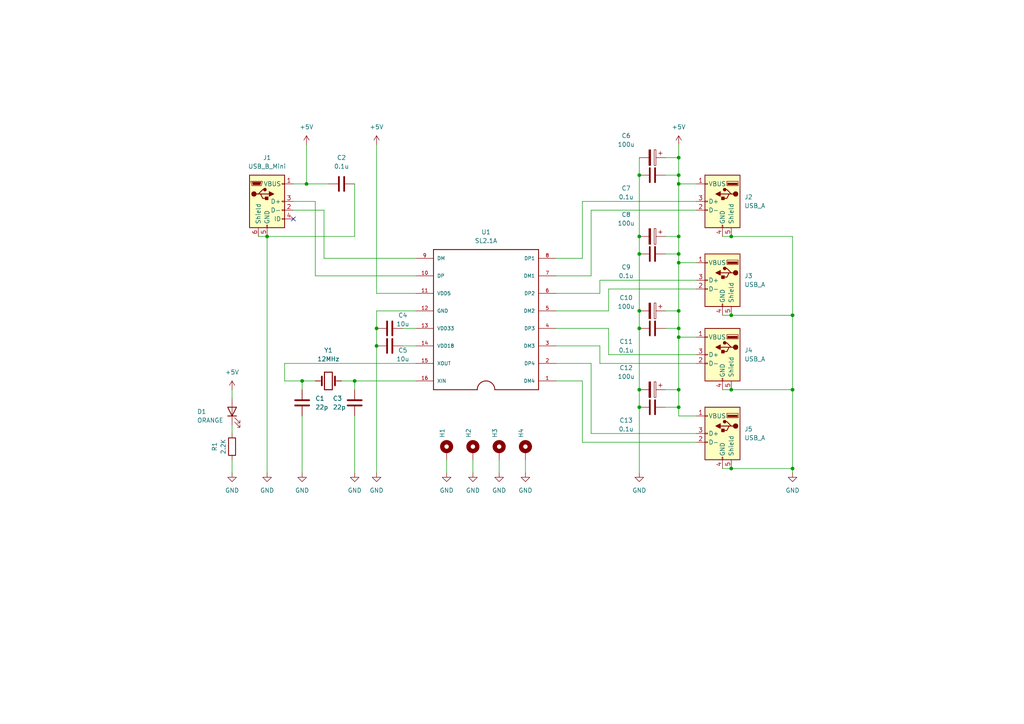
<source format=kicad_sch>
(kicad_sch (version 20211123) (generator eeschema)
  (paper "A4")
  (lib_symbols
    (symbol "Connector:USB_A" (pin_names (offset 1.016))
      (property "Reference" "J" (at -5.08 11.43 0))
      (property "Value" "USB_A" (at -5.08 8.89 0))
      (symbol "USB_A_0_1"
        (rectangle (start -5.08 -7.62) (end 5.08 7.62) (stroke (width 0.254)) (fill (type background)))
        (circle (center -3.81 2.159) (radius 0.635) (stroke (width 0.254)) (fill (type outline)))
        (rectangle (start -1.524 4.826) (end -4.318 5.334) (fill (type outline)))
        (rectangle (start -1.27 4.572) (end -4.572 5.842))
        (circle (center -0.635 3.429) (radius 0.381) (stroke (width 0.254)) (fill (type outline)))
        (rectangle (start -0.127 -7.62) (end 0.127 -6.858))
        (polyline (pts (xy -3.175 2.159) (xy -2.54 2.159) (xy -1.27 3.429) (xy -0.635 3.429)) (stroke (width 0.254)))
        (polyline (pts (xy -2.54 2.159) (xy -1.905 2.159) (xy -1.27 0.889) (xy 0 0.889)) (stroke (width 0.254)))
        (polyline (pts (xy 0.635 2.794) (xy 0.635 1.524) (xy 1.905 2.159) (xy 0.635 2.794)) (stroke (width 0.254)) (fill (type outline)))
        (rectangle (start 0.254 1.27) (end -0.508 0.508) (stroke (width 0.254)) (fill (type outline)))
        (rectangle (start 5.08 -2.667) (end 4.318 -2.413))
        (rectangle (start 5.08 -0.127) (end 4.318 0.127))
        (rectangle (start 5.08 4.953) (end 4.318 5.207))
      )
      (symbol "USB_A_1_1"
        (polyline (pts (xy -1.905 2.159) (xy 0.635 2.159)) (stroke (width 0.254)))
        (pin power_in line (at 7.62 5.08 180) (length 2.54) (name "VBUS") (number "1"))
        (pin bidirectional line (at 7.62 -2.54 180) (length 2.54) (name "D-") (number "2"))
        (pin bidirectional line (at 7.62 0 180) (length 2.54) (name "D+") (number "3"))
        (pin power_in line (at 0 -10.16 90) (length 2.54) (name "GND") (number "4"))
        (pin passive line (at -2.54 -10.16 90) (length 2.54) (name "Shield") (number "5"))
      )
    )
    (symbol "Connector:USB_B_Mini" (pin_names (offset 1.016))
      (property "Reference" "J" (at -5.08 11.43 0))
      (property "Value" "USB_B_Mini" (at -5.08 8.89 0))
      (symbol "USB_B_Mini_0_1"
        (rectangle (start -5.08 -7.62) (end 5.08 7.62) (stroke (width 0.254)) (fill (type background)))
        (circle (center -3.81 2.159) (radius 0.635) (stroke (width 0.254)) (fill (type outline)))
        (circle (center -0.635 3.429) (radius 0.381) (stroke (width 0.254)) (fill (type outline)))
        (rectangle (start -0.127 -7.62) (end 0.127 -6.858))
        (polyline (pts (xy -1.905 2.159) (xy 0.635 2.159)) (stroke (width 0.254)))
        (polyline (pts (xy -3.175 2.159) (xy -2.54 2.159) (xy -1.27 3.429) (xy -0.635 3.429)) (stroke (width 0.254)))
        (polyline (pts (xy -2.54 2.159) (xy -1.905 2.159) (xy -1.27 0.889) (xy 0 0.889)) (stroke (width 0.254)))
        (polyline (pts (xy 0.635 2.794) (xy 0.635 1.524) (xy 1.905 2.159) (xy 0.635 2.794)) (stroke (width 0.254)) (fill (type outline)))
        (polyline (pts (xy -4.318 5.588) (xy -1.778 5.588) (xy -2.032 4.826) (xy -4.064 4.826) (xy -4.318 5.588)) (fill (type outline)))
        (polyline (pts (xy -4.699 5.842) (xy -4.699 5.588) (xy -4.445 4.826) (xy -4.445 4.572) (xy -1.651 4.572) (xy -1.651 4.826) (xy -1.397 5.588) (xy -1.397 5.842) (xy -4.699 5.842)))
        (rectangle (start 0.254 1.27) (end -0.508 0.508) (stroke (width 0.254)) (fill (type outline)))
        (rectangle (start 5.08 -5.207) (end 4.318 -4.953))
        (rectangle (start 5.08 -2.667) (end 4.318 -2.413))
        (rectangle (start 5.08 -0.127) (end 4.318 0.127))
        (rectangle (start 5.08 4.953) (end 4.318 5.207))
      )
      (symbol "USB_B_Mini_1_1"
        (pin power_out line (at 7.62 5.08 180) (length 2.54) (name "VBUS") (number "1"))
        (pin bidirectional line (at 7.62 -2.54 180) (length 2.54) (name "D-") (number "2"))
        (pin bidirectional line (at 7.62 0 180) (length 2.54) (name "D+") (number "3"))
        (pin passive line (at 7.62 -5.08 180) (length 2.54) (name "ID") (number "4"))
        (pin power_out line (at 0 -10.16 90) (length 2.54) (name "GND") (number "5"))
        (pin passive line (at -2.54 -10.16 90) (length 2.54) (name "Shield") (number "6"))
      )
    )
    (symbol "Device:C" (pin_numbers hide) (pin_names (offset 0.254))
      (property "Reference" "C" (at 0.635 2.54 0))
      (property "Value" "C" (at 0.635 -2.54 0))
      (symbol "C_0_1"
        (polyline (pts (xy -2.032 -0.762) (xy 2.032 -0.762)) (stroke (width 0.508)))
        (polyline (pts (xy -2.032 0.762) (xy 2.032 0.762)) (stroke (width 0.508)))
      )
      (symbol "C_1_1"
        (pin passive line (at 0 3.81 270) (length 2.794) (name "~") (number "1"))
        (pin passive line (at 0 -3.81 90) (length 2.794) (name "~") (number "2"))
      )
    )
    (symbol "Device:C_Polarized" (pin_numbers hide) (pin_names (offset 0.254))
      (property "Reference" "C" (at 0.635 2.54 0))
      (property "Value" "C_Polarized" (at 0.635 -2.54 0))
      (symbol "C_Polarized_0_1"
        (rectangle (start -2.286 0.508) (end 2.286 1.016))
        (polyline (pts (xy -1.778 2.286) (xy -0.762 2.286)))
        (polyline (pts (xy -1.27 2.794) (xy -1.27 1.778)))
        (rectangle (start 2.286 -0.508) (end -2.286 -1.016) (fill (type outline)))
      )
      (symbol "C_Polarized_1_1"
        (pin passive line (at 0 3.81 270) (length 2.794) (name "~") (number "1"))
        (pin passive line (at 0 -3.81 90) (length 2.794) (name "~") (number "2"))
      )
    )
    (symbol "Device:Crystal" (pin_numbers hide) (pin_names (offset 1.016) hide)
      (property "Reference" "Y" (at 0 3.81 0))
      (property "Value" "Crystal" (at 0 -3.81 0))
      (symbol "Crystal_0_1"
        (rectangle (start -1.143 2.54) (end 1.143 -2.54) (stroke (width 0.3048)))
        (polyline (pts (xy -2.54 0) (xy -1.905 0)))
        (polyline (pts (xy -1.905 -1.27) (xy -1.905 1.27)) (stroke (width 0.508)))
        (polyline (pts (xy 1.905 -1.27) (xy 1.905 1.27)) (stroke (width 0.508)))
        (polyline (pts (xy 2.54 0) (xy 1.905 0)))
      )
      (symbol "Crystal_1_1"
        (pin passive line (at -3.81 0 0) (length 1.27) (name "1") (number "1"))
        (pin passive line (at 3.81 0 180) (length 1.27) (name "2") (number "2"))
      )
    )
    (symbol "Device:LED" (pin_numbers hide) (pin_names (offset 1.016) hide)
      (property "Reference" "D" (at 0 2.54 0))
      (property "Value" "LED" (at 0 -2.54 0))
      (symbol "LED_0_1"
        (polyline (pts (xy -1.27 -1.27) (xy -1.27 1.27)) (stroke (width 0.254)))
        (polyline (pts (xy -1.27 0) (xy 1.27 0)))
        (polyline (pts (xy 1.27 -1.27) (xy 1.27 1.27) (xy -1.27 0) (xy 1.27 -1.27)) (stroke (width 0.254)))
        (polyline (pts (xy -3.048 -0.762) (xy -4.572 -2.286) (xy -3.81 -2.286) (xy -4.572 -2.286) (xy -4.572 -1.524)))
        (polyline (pts (xy -1.778 -0.762) (xy -3.302 -2.286) (xy -2.54 -2.286) (xy -3.302 -2.286) (xy -3.302 -1.524)))
      )
      (symbol "LED_1_1"
        (pin passive line (at -3.81 0 0) (length 2.54) (name "K") (number "1"))
        (pin passive line (at 3.81 0 180) (length 2.54) (name "A") (number "2"))
      )
    )
    (symbol "Device:R" (pin_numbers hide) (pin_names (offset 0))
      (property "Reference" "R" (at 2.032 0 90))
      (property "Value" "R" (at 0 0 90))
      (symbol "R_0_1"
        (rectangle (start -1.016 -2.54) (end 1.016 2.54) (stroke (width 0.254)))
      )
      (symbol "R_1_1"
        (pin passive line (at 0 3.81 270) (length 1.27) (name "~") (number "1"))
        (pin passive line (at 0 -3.81 90) (length 1.27) (name "~") (number "2"))
      )
    )
    (symbol "Mechanical:MountingHole_Pad" (pin_numbers hide) (pin_names (offset 1.016) hide)
      (property "Reference" "H" (at 0 6.35 0))
      (property "Value" "MountingHole_Pad" (at 0 4.445 0))
      (symbol "MountingHole_Pad_0_1"
        (circle (center 0 1.27) (radius 1.27) (stroke (width 1.27)))
      )
      (symbol "MountingHole_Pad_1_1"
        (pin input line (at 0 -2.54 90) (length 2.54) (name "1") (number "1"))
      )
    )
    (symbol "SL2.1A:SL2.1A" (pin_names (offset 1.016))
      (property "Reference" "U" (at 0 22.86 0))
      (property "Value" "SL2.1A" (at 0 -22.86 0))
      (symbol "SL2.1A_0_0"
        (arc (start -2.54 20.32) (mid 0 17.78) (end 2.54 20.32) (stroke (width 0.254)))
        (polyline (pts (xy -15.24 -20.32) (xy 15.24 -20.32)) (stroke (width 0.254)))
        (polyline (pts (xy -15.24 20.32) (xy -15.24 -20.32)) (stroke (width 0.254)))
        (polyline (pts (xy -2.54 20.32) (xy -15.24 20.32)) (stroke (width 0.254)))
        (polyline (pts (xy 15.24 -20.32) (xy 15.24 20.32)) (stroke (width 0.254)))
        (polyline (pts (xy 15.24 20.32) (xy 2.54 20.32)) (stroke (width 0.254)))
        (pin bidirectional line (at -20.32 17.78 0) (length 5.08) (name "DM4") (number "1"))
        (pin bidirectional line (at 20.32 -12.7 180) (length 5.08) (name "DP") (number "10"))
        (pin bidirectional line (at 20.32 -7.62 180) (length 5.08) (name "VDD5") (number "11"))
        (pin bidirectional line (at 20.32 -2.54 180) (length 5.08) (name "GND") (number "12"))
        (pin bidirectional line (at 20.32 2.54 180) (length 5.08) (name "VDD33") (number "13"))
        (pin bidirectional line (at 20.32 7.62 180) (length 5.08) (name "VDD18") (number "14"))
        (pin bidirectional line (at 20.32 12.7 180) (length 5.08) (name "XOUT") (number "15"))
        (pin bidirectional line (at 20.32 17.78 180) (length 5.08) (name "XIN") (number "16"))
        (pin bidirectional line (at -20.32 12.7 0) (length 5.08) (name "DP4") (number "2"))
        (pin bidirectional line (at -20.32 7.62 0) (length 5.08) (name "DM3") (number "3"))
        (pin bidirectional line (at -20.32 2.54 0) (length 5.08) (name "DP3") (number "4"))
        (pin bidirectional line (at -20.32 -2.54 0) (length 5.08) (name "DM2") (number "5"))
        (pin bidirectional line (at -20.32 -7.62 0) (length 5.08) (name "DP2") (number "6"))
        (pin bidirectional line (at -20.32 -12.7 0) (length 5.08) (name "DM1") (number "7"))
        (pin bidirectional line (at -20.32 -17.78 0) (length 5.08) (name "DP1") (number "8"))
        (pin bidirectional line (at 20.32 -17.78 180) (length 5.08) (name "DM") (number "9"))
      )
    )
    (symbol "power:+5V" (power) (pin_names (offset 0))
      (property "Value" "+5V" (at 0 3.556 0))
      (symbol "+5V_0_1"
        (polyline (pts (xy -0.762 1.27) (xy 0 2.54)))
        (polyline (pts (xy 0 0) (xy 0 2.54)))
        (polyline (pts (xy 0 2.54) (xy 0.762 1.27)))
      )
      (symbol "+5V_1_1"
        (pin power_in line (at 0 0 90) (length 0) hide (name "+5V") (number "1"))
      )
    )
    (symbol "power:GND" (power) (pin_names (offset 0))
      (property "Value" "GND" (at 0 -3.81 0))
      (symbol "GND_0_1"
        (polyline (pts (xy 0 0) (xy 0 -1.27) (xy 1.27 -1.27) (xy 0 -2.54) (xy -1.27 -1.27) (xy 0 -1.27)))
      )
      (symbol "GND_1_1"
        (pin power_in line (at 0 0 270) (length 0) hide (name "GND") (number "1"))
      )
    )
  )
  (junction (at 185.42 118.11))
  (junction (at 196.85 76.2))
  (junction (at 196.85 95.25))
  (junction (at 109.22 95.25))
  (junction (at 212.09 135.89))
  (junction (at 196.85 73.66))
  (junction (at 196.85 50.8))
  (junction (at 185.42 113.03))
  (junction (at 196.85 97.79))
  (junction (at 196.85 45.72))
  (junction (at 185.42 95.25))
  (junction (at 212.09 113.03))
  (junction (at 229.87 113.03))
  (junction (at 88.9 53.34))
  (junction (at 229.87 91.44))
  (junction (at 185.42 68.58))
  (junction (at 196.85 90.17))
  (junction (at 196.85 68.58))
  (junction (at 77.47 68.58))
  (junction (at 87.63 110.49))
  (junction (at 102.87 110.49))
  (junction (at 212.09 91.44))
  (junction (at 212.09 68.58))
  (junction (at 196.85 113.03))
  (junction (at 109.22 100.33))
  (junction (at 196.85 53.34))
  (junction (at 185.42 73.66))
  (junction (at 185.42 90.17))
  (junction (at 185.42 50.8))
  (junction (at 229.87 135.89))
  (junction (at 196.85 118.11))
  (no_connect (at 85.09 63.5))
  (wire (pts (xy 209.55 135.89) (xy 212.09 135.89)))
  (wire (pts (xy 102.87 53.34) (xy 102.87 68.58)))
  (wire (pts (xy 144.78 133.35) (xy 144.78 137.16)))
  (wire (pts (xy 161.29 85.09) (xy 173.99 85.09)))
  (wire (pts (xy 161.29 80.01) (xy 171.45 80.01)))
  (wire (pts (xy 67.31 113.03) (xy 67.31 115.57)))
  (wire (pts (xy 87.63 110.49) (xy 87.63 113.03)))
  (wire (pts (xy 196.85 45.72) (xy 196.85 50.8)))
  (wire (pts (xy 196.85 73.66) (xy 196.85 76.2)))
  (wire (pts (xy 176.53 83.82) (xy 201.93 83.82)))
  (wire (pts (xy 196.85 41.91) (xy 196.85 45.72)))
  (wire (pts (xy 185.42 68.58) (xy 185.42 73.66)))
  (wire (pts (xy 109.22 90.17) (xy 120.65 90.17)))
  (wire (pts (xy 176.53 90.17) (xy 176.53 83.82)))
  (wire (pts (xy 120.65 105.41) (xy 82.55 105.41)))
  (wire (pts (xy 109.22 41.91) (xy 109.22 85.09)))
  (wire (pts (xy 168.91 128.27) (xy 201.93 128.27)))
  (wire (pts (xy 212.09 91.44) (xy 229.87 91.44)))
  (wire (pts (xy 161.29 95.25) (xy 176.53 95.25)))
  (wire (pts (xy 171.45 125.73) (xy 201.93 125.73)))
  (wire (pts (xy 93.98 60.96) (xy 93.98 74.93)))
  (wire (pts (xy 67.31 123.19) (xy 67.31 125.73)))
  (wire (pts (xy 129.54 133.35) (xy 129.54 137.16)))
  (wire (pts (xy 171.45 60.96) (xy 201.93 60.96)))
  (wire (pts (xy 87.63 120.65) (xy 87.63 137.16)))
  (wire (pts (xy 209.55 68.58) (xy 212.09 68.58)))
  (wire (pts (xy 196.85 113.03) (xy 196.85 118.11)))
  (wire (pts (xy 85.09 60.96) (xy 93.98 60.96)))
  (wire (pts (xy 88.9 41.91) (xy 88.9 53.34)))
  (wire (pts (xy 196.85 113.03) (xy 193.04 113.03)))
  (wire (pts (xy 185.42 90.17) (xy 185.42 95.25)))
  (wire (pts (xy 85.09 53.34) (xy 88.9 53.34)))
  (wire (pts (xy 168.91 58.42) (xy 201.93 58.42)))
  (wire (pts (xy 120.65 85.09) (xy 109.22 85.09)))
  (wire (pts (xy 109.22 100.33) (xy 109.22 137.16)))
  (wire (pts (xy 102.87 68.58) (xy 77.47 68.58)))
  (wire (pts (xy 102.87 110.49) (xy 102.87 113.03)))
  (wire (pts (xy 161.29 90.17) (xy 176.53 90.17)))
  (wire (pts (xy 82.55 105.41) (xy 82.55 110.49)))
  (wire (pts (xy 168.91 74.93) (xy 168.91 58.42)))
  (wire (pts (xy 212.09 68.58) (xy 229.87 68.58)))
  (wire (pts (xy 193.04 73.66) (xy 196.85 73.66)))
  (wire (pts (xy 82.55 110.49) (xy 87.63 110.49)))
  (wire (pts (xy 91.44 110.49) (xy 87.63 110.49)))
  (wire (pts (xy 161.29 100.33) (xy 173.99 100.33)))
  (wire (pts (xy 209.55 91.44) (xy 212.09 91.44)))
  (wire (pts (xy 161.29 105.41) (xy 171.45 105.41)))
  (wire (pts (xy 161.29 110.49) (xy 168.91 110.49)))
  (wire (pts (xy 171.45 105.41) (xy 171.45 125.73)))
  (wire (pts (xy 137.16 133.35) (xy 137.16 137.16)))
  (wire (pts (xy 193.04 50.8) (xy 196.85 50.8)))
  (wire (pts (xy 173.99 81.28) (xy 201.93 81.28)))
  (wire (pts (xy 116.84 100.33) (xy 120.65 100.33)))
  (wire (pts (xy 229.87 113.03) (xy 229.87 135.89)))
  (wire (pts (xy 185.42 73.66) (xy 185.42 90.17)))
  (wire (pts (xy 196.85 45.72) (xy 193.04 45.72)))
  (wire (pts (xy 196.85 68.58) (xy 193.04 68.58)))
  (wire (pts (xy 173.99 100.33) (xy 173.99 105.41)))
  (wire (pts (xy 168.91 110.49) (xy 168.91 128.27)))
  (wire (pts (xy 109.22 90.17) (xy 109.22 95.25)))
  (wire (pts (xy 196.85 76.2) (xy 201.93 76.2)))
  (wire (pts (xy 185.42 95.25) (xy 185.42 113.03)))
  (wire (pts (xy 196.85 97.79) (xy 196.85 113.03)))
  (wire (pts (xy 196.85 90.17) (xy 193.04 90.17)))
  (wire (pts (xy 67.31 133.35) (xy 67.31 137.16)))
  (wire (pts (xy 91.44 58.42) (xy 91.44 80.01)))
  (wire (pts (xy 93.98 74.93) (xy 120.65 74.93)))
  (wire (pts (xy 193.04 95.25) (xy 196.85 95.25)))
  (wire (pts (xy 116.84 95.25) (xy 120.65 95.25)))
  (wire (pts (xy 74.93 68.58) (xy 77.47 68.58)))
  (wire (pts (xy 229.87 68.58) (xy 229.87 91.44)))
  (wire (pts (xy 77.47 68.58) (xy 77.47 137.16)))
  (wire (pts (xy 185.42 50.8) (xy 185.42 68.58)))
  (wire (pts (xy 212.09 135.89) (xy 229.87 135.89)))
  (wire (pts (xy 209.55 113.03) (xy 212.09 113.03)))
  (wire (pts (xy 196.85 120.65) (xy 201.93 120.65)))
  (wire (pts (xy 196.85 118.11) (xy 196.85 120.65)))
  (wire (pts (xy 171.45 80.01) (xy 171.45 60.96)))
  (wire (pts (xy 196.85 53.34) (xy 196.85 68.58)))
  (wire (pts (xy 193.04 118.11) (xy 196.85 118.11)))
  (wire (pts (xy 196.85 97.79) (xy 201.93 97.79)))
  (wire (pts (xy 173.99 85.09) (xy 173.99 81.28)))
  (wire (pts (xy 176.53 95.25) (xy 176.53 102.87)))
  (wire (pts (xy 85.09 58.42) (xy 91.44 58.42)))
  (wire (pts (xy 196.85 76.2) (xy 196.85 90.17)))
  (wire (pts (xy 185.42 45.72) (xy 185.42 50.8)))
  (wire (pts (xy 176.53 102.87) (xy 201.93 102.87)))
  (wire (pts (xy 88.9 53.34) (xy 95.25 53.34)))
  (wire (pts (xy 196.85 90.17) (xy 196.85 95.25)))
  (wire (pts (xy 229.87 135.89) (xy 229.87 137.16)))
  (wire (pts (xy 196.85 95.25) (xy 196.85 97.79)))
  (wire (pts (xy 212.09 113.03) (xy 229.87 113.03)))
  (wire (pts (xy 91.44 80.01) (xy 120.65 80.01)))
  (wire (pts (xy 196.85 53.34) (xy 201.93 53.34)))
  (wire (pts (xy 229.87 91.44) (xy 229.87 113.03)))
  (wire (pts (xy 173.99 105.41) (xy 201.93 105.41)))
  (wire (pts (xy 102.87 120.65) (xy 102.87 137.16)))
  (wire (pts (xy 196.85 50.8) (xy 196.85 53.34)))
  (wire (pts (xy 196.85 68.58) (xy 196.85 73.66)))
  (wire (pts (xy 161.29 74.93) (xy 168.91 74.93)))
  (wire (pts (xy 99.06 110.49) (xy 102.87 110.49)))
  (wire (pts (xy 102.87 110.49) (xy 120.65 110.49)))
  (wire (pts (xy 109.22 95.25) (xy 109.22 100.33)))
  (wire (pts (xy 185.42 118.11) (xy 185.42 137.16)))
  (wire (pts (xy 185.42 113.03) (xy 185.42 118.11)))
  (wire (pts (xy 152.4 133.35) (xy 152.4 137.16)))
  (symbol (lib_id "Mechanical:MountingHole_Pad") (at 152.4 130.81 0) (unit 1)
    (property "Reference" "H4" (at 151.1299 127 90) (effects (justify left)))
    (property "Value" "MountingHole_Pad" (effects hide))
    (property "Footprint" "MountingHole:MountingHole_3.2mm_M3_Pad" (effects hide))
  )
  (symbol (lib_id "Device:LED") (at 67.31 119.38 90) (unit 1)
    (property "Reference" "D1" (at 57.15 119.38 90) (effects (justify right)))
    (property "Value" "ORANGE" (at 57.15 121.92 90) (effects (justify right)))
    (property "Footprint" "LED_SMD:LED_0805_2012Metric" (effects hide))
  )
  (symbol (lib_id "Mechanical:MountingHole_Pad") (at 137.16 130.81 0) (unit 1)
    (property "Reference" "H2" (at 135.8899 127 90) (effects (justify left)))
    (property "Value" "MountingHole_Pad" (effects hide))
    (property "Footprint" "MountingHole:MountingHole_3.2mm_M3_Pad" (effects hide))
  )
  (symbol (lib_id "power:GND") (at 102.87 137.16 0) (unit 1)
    (property "Reference" "#PWR0104" (effects hide))
    (property "Value" "GND" (at 102.87 142.24 0))
  )
  (symbol (lib_id "power:+5V") (at 109.22 41.91 0) (unit 1)
    (property "Reference" "#PWR0106" (effects hide))
    (property "Value" "+5V" (at 109.22 36.83 0))
  )
  (symbol (lib_id "power:+5V") (at 196.85 41.91 0) (unit 1)
    (property "Reference" "#PWR0101" (effects hide))
    (property "Value" "+5V" (at 196.85 36.83 0))
  )
  (symbol (lib_id "power:+5V") (at 88.9 41.91 0) (unit 1)
    (property "Reference" "#PWR0107" (effects hide))
    (property "Value" "+5V" (at 88.9 36.83 0))
  )
  (symbol (lib_id "Device:C") (at 189.23 50.8 90) (unit 1)
    (property "Reference" "C7" (at 181.61 54.61 90))
    (property "Value" "0.1u" (at 181.61 57.15 90))
    (property "Footprint" "Capacitor_SMD:C_0805_2012Metric" (effects hide))
  )
  (symbol (lib_id "Device:C") (at 113.03 100.33 90) (unit 1)
    (property "Reference" "C5" (at 116.84 101.6 90))
    (property "Value" "10u" (at 116.84 104.14 90))
    (property "Footprint" "Capacitor_SMD:C_1206_3216Metric" (effects hide))
  )
  (symbol (lib_id "Connector:USB_A") (at 209.55 58.42 0) (mirror y) (unit 1)
    (property "Reference" "J2" (at 215.9 57.1499 0) (effects (justify right)))
    (property "Value" "USB_A" (at 215.9 59.6899 0) (effects (justify right)))
    (property "Footprint" "Connector_USB:USB_A_CONNFLY_DS1095-WNR0" (effects hide))
    (property "Datasheet" " ~" (effects hide))
  )
  (symbol (lib_id "power:GND") (at 109.22 137.16 0) (unit 1)
    (property "Reference" "#PWR0102" (effects hide))
    (property "Value" "GND" (at 109.22 142.24 0))
  )
  (symbol (lib_id "power:GND") (at 144.78 137.16 0) (unit 1)
    (property "Reference" "#PWR0112" (effects hide))
    (property "Value" "GND" (at 144.78 142.24 0))
  )
  (symbol (lib_id "Device:R") (at 67.31 129.54 180) (unit 1)
    (property "Reference" "R1" (at 62.23 129.54 90))
    (property "Value" "2.2K" (at 64.77 129.54 90))
    (property "Footprint" "Resistor_SMD:R_0805_2012Metric" (effects hide))
  )
  (symbol (lib_id "Device:C") (at 189.23 73.66 90) (unit 1)
    (property "Reference" "C9" (at 181.61 77.47 90))
    (property "Value" "0.1u" (at 181.61 80.01 90))
    (property "Footprint" "Capacitor_SMD:C_0805_2012Metric" (effects hide))
  )
  (symbol (lib_id "Device:C_Polarized") (at 189.23 45.72 270) (unit 1)
    (property "Reference" "C6" (at 181.61 39.37 90))
    (property "Value" "100u" (at 181.61 41.91 90))
    (property "Footprint" "Capacitor_SMD:CP_Elec_6.3x5.2" (effects hide))
  )
  (symbol (lib_id "Mechanical:MountingHole_Pad") (at 144.78 130.81 0) (unit 1)
    (property "Reference" "H3" (at 143.5099 127 90) (effects (justify left)))
    (property "Value" "MountingHole_Pad" (effects hide))
    (property "Footprint" "MountingHole:MountingHole_3.2mm_M3_Pad" (effects hide))
  )
  (symbol (lib_id "Connector:USB_A") (at 209.55 125.73 0) (mirror y) (unit 1)
    (property "Reference" "J5" (at 215.9 124.4599 0) (effects (justify right)))
    (property "Value" "USB_A" (at 215.9 126.9999 0) (effects (justify right)))
    (property "Footprint" "Connector_USB:USB_A_CONNFLY_DS1095-WNR0" (effects hide))
    (property "Datasheet" " ~" (effects hide))
  )
  (symbol (lib_id "Connector:USB_A") (at 209.55 81.28 0) (mirror y) (unit 1)
    (property "Reference" "J3" (at 215.9 80.0099 0) (effects (justify right)))
    (property "Value" "USB_A" (at 215.9 82.5499 0) (effects (justify right)))
    (property "Footprint" "Connector_USB:USB_A_CONNFLY_DS1095-WNR0" (effects hide))
    (property "Datasheet" " ~" (effects hide))
  )
  (symbol (lib_id "power:GND") (at 137.16 137.16 0) (unit 1)
    (property "Reference" "#PWR0110" (effects hide))
    (property "Value" "GND" (at 137.16 142.24 0))
  )
  (symbol (lib_id "Device:C_Polarized") (at 189.23 113.03 270) (unit 1)
    (property "Reference" "C12" (at 181.61 106.68 90))
    (property "Value" "100u" (at 181.61 109.22 90))
    (property "Footprint" "Capacitor_SMD:CP_Elec_6.3x5.2" (effects hide))
  )
  (symbol (lib_id "Device:C") (at 87.63 116.84 0) (unit 1)
    (property "Reference" "C1" (at 91.44 115.5699 0) (effects (justify left)))
    (property "Value" "22p" (at 91.44 118.1099 0) (effects (justify left)))
    (property "Footprint" "Capacitor_SMD:C_0805_2012Metric" (effects hide))
  )
  (symbol (lib_id "power:GND") (at 67.31 137.16 0) (unit 1)
    (property "Reference" "#PWR0114" (effects hide))
    (property "Value" "GND" (at 67.31 142.24 0))
  )
  (symbol (lib_id "Device:C") (at 189.23 118.11 90) (unit 1)
    (property "Reference" "C13" (at 181.61 121.92 90))
    (property "Value" "0.1u" (at 181.61 124.46 90))
    (property "Footprint" "Capacitor_SMD:C_0805_2012Metric" (effects hide))
  )
  (symbol (lib_id "Device:C") (at 189.23 95.25 90) (unit 1)
    (property "Reference" "C11" (at 181.61 99.06 90))
    (property "Value" "0.1u" (at 181.61 101.6 90))
    (property "Footprint" "Capacitor_SMD:C_0805_2012Metric" (effects hide))
  )
  (symbol (lib_id "Device:C_Polarized") (at 189.23 68.58 270) (unit 1)
    (property "Reference" "C8" (at 181.61 62.23 90))
    (property "Value" "100u" (at 181.61 64.77 90))
    (property "Footprint" "Capacitor_SMD:CP_Elec_6.3x5.2" (effects hide))
  )
  (symbol (lib_id "Device:C") (at 113.03 95.25 90) (unit 1)
    (property "Reference" "C4" (at 116.84 91.44 90))
    (property "Value" "10u" (at 116.84 93.98 90))
    (property "Footprint" "Capacitor_SMD:C_1206_3216Metric" (effects hide))
  )
  (symbol (lib_id "power:GND") (at 129.54 137.16 0) (unit 1)
    (property "Reference" "#PWR0111" (effects hide))
    (property "Value" "GND" (at 129.54 142.24 0))
  )
  (symbol (lib_id "power:GND") (at 229.87 137.16 0) (unit 1)
    (property "Reference" "#PWR0109" (effects hide))
    (property "Value" "GND" (at 229.87 142.24 0))
  )
  (symbol (lib_id "Connector:USB_B_Mini") (at 77.47 58.42 0) (unit 1)
    (property "Reference" "J1" (at 77.47 45.72 0))
    (property "Value" "USB_B_Mini" (at 77.47 48.26 0))
    (property "Footprint" "Connector_USB:USB_Mini-B_Wuerth_65100516121_Horizontal" (effects hide))
  )
  (symbol (lib_id "power:GND") (at 152.4 137.16 0) (unit 1)
    (property "Reference" "#PWR0113" (effects hide))
    (property "Value" "GND" (at 152.4 142.24 0))
  )
  (symbol (lib_id "Device:Crystal") (at 95.25 110.49 0) (unit 1)
    (property "Reference" "Y1" (at 95.25 101.6 0))
    (property "Value" "12MHz" (at 95.25 104.14 0))
    (property "Footprint" "Crystal:Crystal_HC49-4H_Vertical" (effects hide))
  )
  (symbol (lib_id "Mechanical:MountingHole_Pad") (at 129.54 130.81 0) (unit 1)
    (property "Reference" "H1" (at 128.2699 127 90) (effects (justify left)))
    (property "Value" "MountingHole_Pad" (effects hide))
    (property "Footprint" "MountingHole:MountingHole_3.2mm_M3_Pad" (effects hide))
  )
  (symbol (lib_id "power:+5V") (at 67.31 113.03 0) (unit 1)
    (property "Reference" "#PWR0115" (effects hide))
    (property "Value" "+5V" (at 67.31 107.95 0))
  )
  (symbol (lib_id "Device:C") (at 102.87 116.84 0) (unit 1)
    (property "Reference" "C3" (at 96.52 115.57 0) (effects (justify left)))
    (property "Value" "22p" (at 96.52 118.11 0) (effects (justify left)))
    (property "Footprint" "Capacitor_SMD:C_0805_2012Metric" (effects hide))
  )
  (symbol (lib_id "power:GND") (at 185.42 137.16 0) (unit 1)
    (property "Reference" "#PWR0108" (effects hide))
    (property "Value" "GND" (at 185.42 142.24 0))
  )
  (symbol (lib_id "SL2.1A:SL2.1A") (at 140.97 92.71 180) (unit 1)
    (property "Reference" "U1" (at 140.97 67.31 0))
    (property "Value" "SL2.1A" (at 140.97 69.85 0))
    (property "Footprint" "SL2:SO16" (effects hide))
    (property "MF" "CoreChips ShenZhen CO.,Ltd" (effects hide))
    (property "Description" "\nUSB 2.0 HIGH SPEED 4-PORT HUB CONTROLLER\n" (effects hide))
    (property "Package" "Package" (effects hide))
    (property "Price" "None" (effects hide))
    (property "SnapEDA_Link" "https://www.snapeda.com/parts/SL2.1A/CoreChips+ShenZhen+CO.%252CLtd/view-part/?ref=snap" (effects hide))
    (property "MP" "SL2.1A" (effects hide))
    (property "Availability" "Not in stock" (effects hide))
    (property "Check_prices" "https://www.snapeda.com/parts/SL2.1A/CoreChips+ShenZhen+CO.%252CLtd/view-part/?ref=eda" (effects hide))
  )
  (symbol (lib_id "Device:C_Polarized") (at 189.23 90.17 270) (unit 1)
    (property "Reference" "C10" (at 181.61 86.36 90))
    (property "Value" "100u" (at 181.61 88.9 90))
    (property "Footprint" "Capacitor_SMD:CP_Elec_6.3x5.2" (effects hide))
  )
  (symbol (lib_id "Device:C") (at 99.06 53.34 90) (unit 1)
    (property "Reference" "C2" (at 99.06 45.72 90))
    (property "Value" "0.1u" (at 99.06 48.26 90))
    (property "Footprint" "Capacitor_SMD:C_0805_2012Metric" (effects hide))
  )
  (symbol (lib_id "Connector:USB_A") (at 209.55 102.87 0) (mirror y) (unit 1)
    (property "Reference" "J4" (at 215.9 101.5999 0) (effects (justify right)))
    (property "Value" "USB_A" (at 215.9 104.1399 0) (effects (justify right)))
    (property "Footprint" "Connector_USB:USB_A_CONNFLY_DS1095-WNR0" (effects hide))
    (property "Datasheet" " ~" (effects hide))
  )
  (symbol (lib_id "power:GND") (at 87.63 137.16 0) (unit 1)
    (property "Reference" "#PWR0103" (effects hide))
    (property "Value" "GND" (at 87.63 142.24 0))
  )
  (symbol (lib_id "power:GND") (at 77.47 137.16 0) (unit 1)
    (property "Reference" "#PWR0105" (effects hide))
    (property "Value" "GND" (at 77.47 142.24 0))
  )
)
</source>
